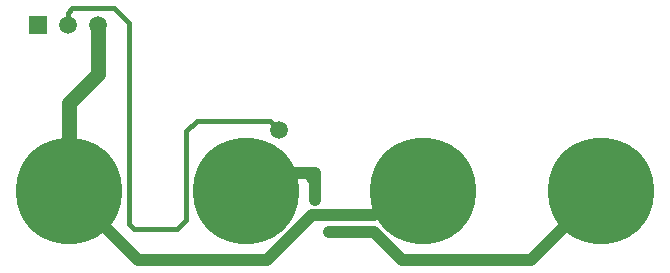
<source format=gbl>
G04*
G04 #@! TF.GenerationSoftware,Altium Limited,Altium Designer,21.0.8 (223)*
G04*
G04 Layer_Physical_Order=2*
G04 Layer_Color=16711680*
%FSLAX25Y25*%
%MOIN*%
G70*
G04*
G04 #@! TF.SameCoordinates,8BDFEA7E-33B9-40F2-A198-A1E5764946FA*
G04*
G04*
G04 #@! TF.FilePolarity,Positive*
G04*
G01*
G75*
%ADD11C,0.01000*%
%ADD15C,0.04000*%
%ADD16C,0.05906*%
%ADD17R,0.05906X0.05906*%
%ADD18C,0.04331*%
%ADD19C,0.02559*%
%ADD20C,0.35433*%
%ADD21C,0.01500*%
%ADD22C,0.05000*%
D11*
X-29528Y-10433D02*
Y-9528D01*
X-19000Y1000D01*
D15*
X-9000Y-4500D02*
X-6500D01*
X-23595D02*
X-9000D01*
X-6500Y-7000D01*
X-29528Y-10433D02*
X-23595Y-4500D01*
X-6500Y-7000D02*
Y-4500D01*
Y-7500D02*
Y-7000D01*
Y-10500D02*
Y-7500D01*
Y-13500D02*
Y-10500D01*
X-22500Y-33500D02*
X-7500Y-18500D01*
X12936D02*
X21002Y-10434D01*
X-7500Y-18500D02*
X12936D01*
X10000Y-24000D02*
X13000D01*
X7000D02*
X10000D01*
X4000D02*
X7000D01*
X1000D02*
X4000D01*
X-2000D02*
X1000D01*
X21002Y-10434D02*
X29508D01*
X13000Y-24000D02*
X22500Y-33500D01*
X65516D01*
X88583Y-10433D01*
X-88583Y-10434D02*
X-65517Y-33500D01*
X-22500D01*
D16*
X-18500Y10000D02*
D03*
X-79000Y45000D02*
D03*
X-89000D02*
D03*
D17*
X-99000D02*
D03*
D18*
X99110Y1000D02*
D03*
X78055D02*
D03*
Y-21866D02*
D03*
X99110D02*
D03*
X81610Y-3000D02*
D03*
X95110Y-2555D02*
D03*
X95555Y-17866D02*
D03*
X82055Y-18311D02*
D03*
X-36055D02*
D03*
X-22555Y-17866D02*
D03*
X-23000Y-2555D02*
D03*
X-36500Y-3000D02*
D03*
X-19000Y-21866D02*
D03*
X-40055D02*
D03*
Y1000D02*
D03*
X-19000D02*
D03*
D19*
X-6500Y-4500D02*
D03*
Y-13500D02*
D03*
Y-10500D02*
D03*
Y-7500D02*
D03*
X10000Y-24000D02*
D03*
X7000D02*
D03*
X4000D02*
D03*
X1000D02*
D03*
X-2000D02*
D03*
D20*
X-29528Y-10433D02*
D03*
X-88583Y-10434D02*
D03*
X29508D02*
D03*
X88583Y-10433D02*
D03*
D21*
X-19081Y10500D02*
X-19000D01*
X-21581Y13000D02*
X-19081Y10500D01*
X-46000Y13000D02*
X-21581D01*
X-49500Y9500D02*
X-46000Y13000D01*
X-89000Y45000D02*
Y49000D01*
X-87500Y50500D01*
X-73500D02*
X-68500Y45500D01*
X-87500Y50500D02*
X-73500D01*
X-68500Y-21500D02*
Y45500D01*
Y-21500D02*
X-67000Y-23000D01*
X-52500D01*
X-49500Y-20000D02*
Y9500D01*
X-52500Y-23000D02*
X-49500Y-20000D01*
D22*
X-88583Y18917D02*
X-79000Y28500D01*
Y45000D01*
X-88583Y-10434D02*
Y18917D01*
M02*

</source>
